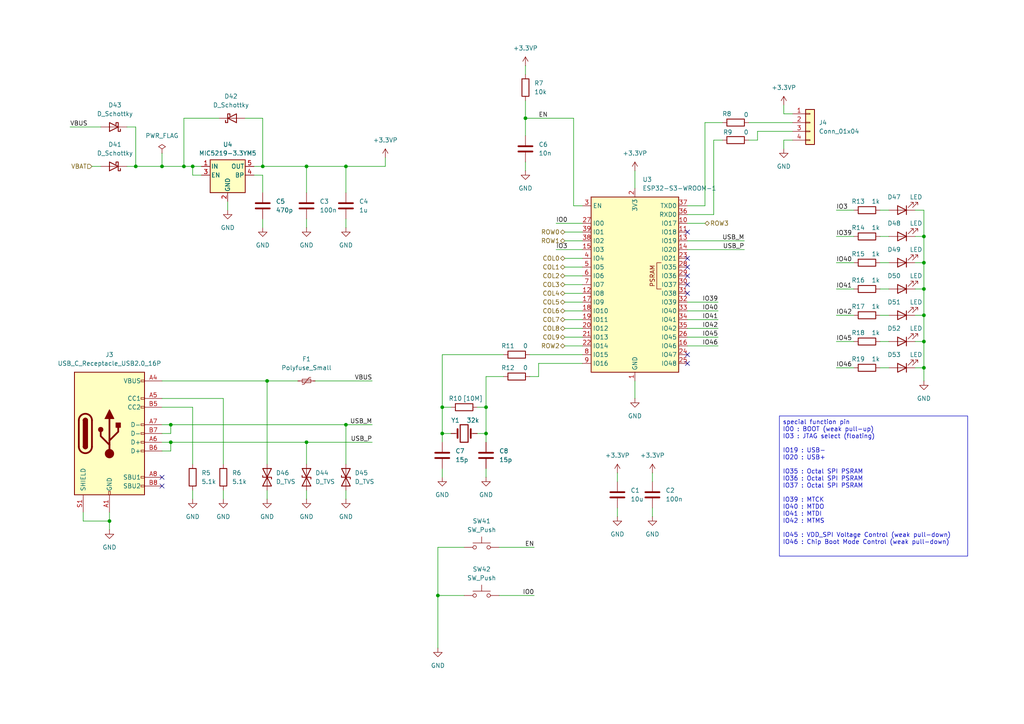
<source format=kicad_sch>
(kicad_sch (version 20231120) (generator "eeschema") (generator_version "8.0")
  (paper "A4")
  (lib_symbols
    (symbol "Connector:USB_C_Receptacle_USB2.0_16P" (pin_names (offset 1.016))
      (property "Reference" "J" (at 0 22.225 0))
      (property "Value" "USB_C_Receptacle_USB2.0_16P" (at 0 19.685 0))
      (symbol "USB_C_Receptacle_USB2.0_16P_0_0"
        (rectangle (start -0.254 -17.78) (end 0.254 -16.764))
        (rectangle (start 10.16 -14.986) (end 9.144 -15.494))
        (rectangle (start 10.16 -12.446) (end 9.144 -12.954))
        (rectangle (start 10.16 -4.826) (end 9.144 -5.334))
        (rectangle (start 10.16 -2.286) (end 9.144 -2.794))
        (rectangle (start 10.16 0.254) (end 9.144 -0.254))
        (rectangle (start 10.16 2.794) (end 9.144 2.286))
        (rectangle (start 10.16 7.874) (end 9.144 7.366))
        (rectangle (start 10.16 10.414) (end 9.144 9.906))
        (rectangle (start 10.16 15.494) (end 9.144 14.986))
      )
      (symbol "USB_C_Receptacle_USB2.0_16P_0_1"
        (rectangle (start -10.16 17.78) (end 10.16 -17.78) (stroke (width 0.254)) (fill (type background)))
        (arc (start -8.89 -3.81) (mid -6.985 -5.7067) (end -5.08 -3.81) (stroke (width 0.508)))
        (arc (start -7.62 -3.81) (mid -6.985 -4.4423) (end -6.35 -3.81) (stroke (width 0.254)))
        (arc (start -7.62 -3.81) (mid -6.985 -4.4423) (end -6.35 -3.81) (stroke (width 0.254)) (fill (type outline)))
        (rectangle (start -7.62 -3.81) (end -6.35 3.81) (stroke (width 0.254)) (fill (type outline)))
        (arc (start -6.35 3.81) (mid -6.985 4.4423) (end -7.62 3.81) (stroke (width 0.254)))
        (arc (start -6.35 3.81) (mid -6.985 4.4423) (end -7.62 3.81) (stroke (width 0.254)) (fill (type outline)))
        (arc (start -5.08 3.81) (mid -6.985 5.7067) (end -8.89 3.81) (stroke (width 0.508)))
        (circle (center -2.54 1.143) (radius 0.635) (stroke (width 0.254)) (fill (type outline)))
        (circle (center 0 -5.842) (radius 1.27) (fill (type outline)))
        (polyline (pts (xy -8.89 -3.81) (xy -8.89 3.81)) (stroke (width 0.508)))
        (polyline (pts (xy -5.08 3.81) (xy -5.08 -3.81)) (stroke (width 0.508)))
        (polyline (pts (xy 0 -5.842) (xy 0 4.318)) (stroke (width 0.508)))
        (polyline (pts (xy 0 -3.302) (xy -2.54 -0.762) (xy -2.54 0.508)) (stroke (width 0.508)))
        (polyline (pts (xy 0 -2.032) (xy 2.54 0.508) (xy 2.54 1.778)) (stroke (width 0.508)))
        (polyline (pts (xy -1.27 4.318) (xy 0 6.858) (xy 1.27 4.318) (xy -1.27 4.318)) (stroke (width 0.254)) (fill (type outline)))
        (rectangle (start 1.905 1.778) (end 3.175 3.048) (stroke (width 0.254)) (fill (type outline)))
      )
      (symbol "USB_C_Receptacle_USB2.0_16P_1_1"
        (pin passive line (at 0 -22.86 90) (length 5.08) (name "GND") (number "A1"))
        (pin passive line (at 0 -22.86 90) (length 5.08) hide (name "GND") (number "A12"))
        (pin passive line (at 15.24 15.24 180) (length 5.08) (name "VBUS") (number "A4"))
        (pin bidirectional line (at 15.24 10.16 180) (length 5.08) (name "CC1") (number "A5"))
        (pin bidirectional line (at 15.24 -2.54 180) (length 5.08) (name "D+") (number "A6"))
        (pin bidirectional line (at 15.24 2.54 180) (length 5.08) (name "D-") (number "A7"))
        (pin bidirectional line (at 15.24 -12.7 180) (length 5.08) (name "SBU1") (number "A8"))
        (pin passive line (at 15.24 15.24 180) (length 5.08) hide (name "VBUS") (number "A9"))
        (pin passive line (at 0 -22.86 90) (length 5.08) hide (name "GND") (number "B1"))
        (pin passive line (at 0 -22.86 90) (length 5.08) hide (name "GND") (number "B12"))
        (pin passive line (at 15.24 15.24 180) (length 5.08) hide (name "VBUS") (number "B4"))
        (pin bidirectional line (at 15.24 7.62 180) (length 5.08) (name "CC2") (number "B5"))
        (pin bidirectional line (at 15.24 -5.08 180) (length 5.08) (name "D+") (number "B6"))
        (pin bidirectional line (at 15.24 0 180) (length 5.08) (name "D-") (number "B7"))
        (pin bidirectional line (at 15.24 -15.24 180) (length 5.08) (name "SBU2") (number "B8"))
        (pin passive line (at 15.24 15.24 180) (length 5.08) hide (name "VBUS") (number "B9"))
        (pin passive line (at -7.62 -22.86 90) (length 5.08) (name "SHIELD") (number "S1"))
      )
    )
    (symbol "Connector_Generic:Conn_01x04" (pin_names (offset 1.016) hide)
      (property "Reference" "J" (at 0 5.08 0))
      (property "Value" "Conn_01x04" (at 0 -7.62 0))
      (symbol "Conn_01x04_1_1"
        (rectangle (start -1.27 -4.953) (end 0 -5.207) (stroke (width 0.1524)))
        (rectangle (start -1.27 -2.413) (end 0 -2.667) (stroke (width 0.1524)))
        (rectangle (start -1.27 0.127) (end 0 -0.127) (stroke (width 0.1524)))
        (rectangle (start -1.27 2.667) (end 0 2.413) (stroke (width 0.1524)))
        (rectangle (start -1.27 3.81) (end 1.27 -6.35) (stroke (width 0.254)) (fill (type background)))
        (pin passive line (at -5.08 2.54 0) (length 3.81) (name "Pin_1") (number "1"))
        (pin passive line (at -5.08 0 0) (length 3.81) (name "Pin_2") (number "2"))
        (pin passive line (at -5.08 -2.54 0) (length 3.81) (name "Pin_3") (number "3"))
        (pin passive line (at -5.08 -5.08 0) (length 3.81) (name "Pin_4") (number "4"))
      )
    )
    (symbol "Device:C" (pin_numbers hide) (pin_names (offset 0.254))
      (property "Reference" "C" (at 0.635 2.54 0))
      (property "Value" "C" (at 0.635 -2.54 0))
      (symbol "C_0_1"
        (polyline (pts (xy -2.032 -0.762) (xy 2.032 -0.762)) (stroke (width 0.508)))
        (polyline (pts (xy -2.032 0.762) (xy 2.032 0.762)) (stroke (width 0.508)))
      )
      (symbol "C_1_1"
        (pin passive line (at 0 3.81 270) (length 2.794) (name "~") (number "1"))
        (pin passive line (at 0 -3.81 90) (length 2.794) (name "~") (number "2"))
      )
    )
    (symbol "Device:Crystal" (pin_numbers hide) (pin_names (offset 1.016) hide)
      (property "Reference" "Y" (at 0 3.81 0))
      (property "Value" "Crystal" (at 0 -3.81 0))
      (symbol "Crystal_0_1"
        (rectangle (start -1.143 2.54) (end 1.143 -2.54) (stroke (width 0.3048)))
        (polyline (pts (xy -2.54 0) (xy -1.905 0)))
        (polyline (pts (xy -1.905 -1.27) (xy -1.905 1.27)) (stroke (width 0.508)))
        (polyline (pts (xy 1.905 -1.27) (xy 1.905 1.27)) (stroke (width 0.508)))
        (polyline (pts (xy 2.54 0) (xy 1.905 0)))
      )
      (symbol "Crystal_1_1"
        (pin passive line (at -3.81 0 0) (length 1.27) (name "1") (number "1"))
        (pin passive line (at 3.81 0 180) (length 1.27) (name "2") (number "2"))
      )
    )
    (symbol "Device:D_Schottky" (pin_numbers hide) (pin_names (offset 1.016) hide)
      (property "Reference" "D" (at 0 2.54 0))
      (property "Value" "D_Schottky" (at 0 -2.54 0))
      (symbol "D_Schottky_0_1"
        (polyline (pts (xy 1.27 0) (xy -1.27 0)))
        (polyline (pts (xy 1.27 1.27) (xy 1.27 -1.27) (xy -1.27 0) (xy 1.27 1.27)) (stroke (width 0.254)))
        (polyline (pts (xy -1.905 0.635) (xy -1.905 1.27) (xy -1.27 1.27) (xy -1.27 -1.27) (xy -0.635 -1.27) (xy -0.635 -0.635)) (stroke (width 0.254)))
      )
      (symbol "D_Schottky_1_1"
        (pin passive line (at -3.81 0 0) (length 2.54) (name "K") (number "1"))
        (pin passive line (at 3.81 0 180) (length 2.54) (name "A") (number "2"))
      )
    )
    (symbol "Device:D_TVS" (pin_numbers hide) (pin_names (offset 1.016) hide)
      (property "Reference" "D" (at 0 2.54 0))
      (property "Value" "D_TVS" (at 0 -2.54 0))
      (symbol "D_TVS_0_1"
        (polyline (pts (xy 1.27 0) (xy -1.27 0)))
        (polyline (pts (xy 0.508 1.27) (xy 0 1.27) (xy 0 -1.27) (xy -0.508 -1.27)) (stroke (width 0.254)))
        (polyline (pts (xy -2.54 1.27) (xy -2.54 -1.27) (xy 2.54 1.27) (xy 2.54 -1.27) (xy -2.54 1.27)) (stroke (width 0.254)))
      )
      (symbol "D_TVS_1_1"
        (pin passive line (at -3.81 0 0) (length 2.54) (name "A1") (number "1"))
        (pin passive line (at 3.81 0 180) (length 2.54) (name "A2") (number "2"))
      )
    )
    (symbol "Device:LED" (pin_numbers hide) (pin_names (offset 1.016) hide)
      (property "Reference" "D" (at 0 2.54 0))
      (property "Value" "LED" (at 0 -2.54 0))
      (symbol "LED_0_1"
        (polyline (pts (xy -1.27 -1.27) (xy -1.27 1.27)) (stroke (width 0.254)))
        (polyline (pts (xy -1.27 0) (xy 1.27 0)))
        (polyline (pts (xy 1.27 -1.27) (xy 1.27 1.27) (xy -1.27 0) (xy 1.27 -1.27)) (stroke (width 0.254)))
        (polyline (pts (xy -3.048 -0.762) (xy -4.572 -2.286) (xy -3.81 -2.286) (xy -4.572 -2.286) (xy -4.572 -1.524)))
        (polyline (pts (xy -1.778 -0.762) (xy -3.302 -2.286) (xy -2.54 -2.286) (xy -3.302 -2.286) (xy -3.302 -1.524)))
      )
      (symbol "LED_1_1"
        (pin passive line (at -3.81 0 0) (length 2.54) (name "K") (number "1"))
        (pin passive line (at 3.81 0 180) (length 2.54) (name "A") (number "2"))
      )
    )
    (symbol "Device:Polyfuse_Small" (pin_numbers hide) (pin_names (offset 0))
      (property "Reference" "F" (at -1.905 0 90))
      (property "Value" "Polyfuse_Small" (at 1.905 0 90))
      (symbol "Polyfuse_Small_0_1"
        (rectangle (start -0.508 1.27) (end 0.508 -1.27))
        (polyline (pts (xy 0 2.54) (xy 0 -2.54)))
        (polyline (pts (xy -1.016 1.27) (xy -1.016 0.762) (xy 1.016 -0.762) (xy 1.016 -1.27)))
      )
      (symbol "Polyfuse_Small_1_1"
        (pin passive line (at 0 2.54 270) (length 0.635) (name "~") (number "1"))
        (pin passive line (at 0 -2.54 90) (length 0.635) (name "~") (number "2"))
      )
    )
    (symbol "Device:R" (pin_numbers hide) (pin_names (offset 0))
      (property "Reference" "R" (at 2.032 0 90))
      (property "Value" "R" (at 0 0 90))
      (symbol "R_0_1"
        (rectangle (start -1.016 -2.54) (end 1.016 2.54) (stroke (width 0.254)))
      )
      (symbol "R_1_1"
        (pin passive line (at 0 3.81 270) (length 1.27) (name "~") (number "1"))
        (pin passive line (at 0 -3.81 90) (length 1.27) (name "~") (number "2"))
      )
    )
    (symbol "RF_Module:ESP32-S3-WROOM-1"
      (property "Reference" "U" (at -12.7 26.67 0))
      (property "Value" "ESP32-S3-WROOM-1" (at 12.7 26.67 0))
      (symbol "ESP32-S3-WROOM-1_0_0"
        (rectangle (start -12.7 25.4) (end 12.7 -25.4) (stroke (width 0.254)) (fill (type background)))
        (text "PSRAM" (at 5.08 2.54 900) (effects (font (size 1.27 1.27))))
      )
      (symbol "ESP32-S3-WROOM-1_0_1"
        (polyline (pts (xy 7.62 -1.27) (xy 6.35 -1.27) (xy 6.35 6.35) (xy 7.62 6.35)))
      )
      (symbol "ESP32-S3-WROOM-1_1_1"
        (pin power_in line (at 0 -27.94 90) (length 2.54) (name "GND") (number "1"))
        (pin bidirectional line (at 15.24 17.78 180) (length 2.54) (name "IO17") (number "10"))
        (pin bidirectional line (at 15.24 15.24 180) (length 2.54) (name "IO18") (number "11"))
        (pin bidirectional line (at -15.24 -2.54 0) (length 2.54) (name "IO8") (number "12"))
        (pin bidirectional line (at 15.24 12.7 180) (length 2.54) (name "IO19") (number "13"))
        (pin bidirectional line (at 15.24 10.16 180) (length 2.54) (name "IO20") (number "14"))
        (pin bidirectional line (at -15.24 10.16 0) (length 2.54) (name "IO3") (number "15"))
        (pin bidirectional line (at 15.24 -17.78 180) (length 2.54) (name "IO46") (number "16"))
        (pin bidirectional line (at -15.24 -5.08 0) (length 2.54) (name "IO9") (number "17"))
        (pin bidirectional line (at -15.24 -7.62 0) (length 2.54) (name "IO10") (number "18"))
        (pin bidirectional line (at -15.24 -10.16 0) (length 2.54) (name "IO11") (number "19"))
        (pin power_in line (at 0 27.94 270) (length 2.54) (name "3V3") (number "2"))
        (pin bidirectional line (at -15.24 -12.7 0) (length 2.54) (name "IO12") (number "20"))
        (pin bidirectional line (at -15.24 -15.24 0) (length 2.54) (name "IO13") (number "21"))
        (pin bidirectional line (at -15.24 -17.78 0) (length 2.54) (name "IO14") (number "22"))
        (pin bidirectional line (at 15.24 7.62 180) (length 2.54) (name "IO21") (number "23"))
        (pin bidirectional line (at 15.24 -20.32 180) (length 2.54) (name "IO47") (number "24"))
        (pin bidirectional line (at 15.24 -22.86 180) (length 2.54) (name "IO48") (number "25"))
        (pin bidirectional line (at 15.24 -15.24 180) (length 2.54) (name "IO45") (number "26"))
        (pin bidirectional line (at -15.24 17.78 0) (length 2.54) (name "IO0") (number "27"))
        (pin bidirectional line (at 15.24 5.08 180) (length 2.54) (name "IO35") (number "28"))
        (pin bidirectional line (at 15.24 2.54 180) (length 2.54) (name "IO36") (number "29"))
        (pin input line (at -15.24 22.86 0) (length 2.54) (name "EN") (number "3"))
        (pin bidirectional line (at 15.24 0 180) (length 2.54) (name "IO37") (number "30"))
        (pin bidirectional line (at 15.24 -2.54 180) (length 2.54) (name "IO38") (number "31"))
        (pin bidirectional line (at 15.24 -5.08 180) (length 2.54) (name "IO39") (number "32"))
        (pin bidirectional line (at 15.24 -7.62 180) (length 2.54) (name "IO40") (number "33"))
        (pin bidirectional line (at 15.24 -10.16 180) (length 2.54) (name "IO41") (number "34"))
        (pin bidirectional line (at 15.24 -12.7 180) (length 2.54) (name "IO42") (number "35"))
        (pin bidirectional line (at 15.24 20.32 180) (length 2.54) (name "RXD0") (number "36"))
        (pin bidirectional line (at 15.24 22.86 180) (length 2.54) (name "TXD0") (number "37"))
        (pin bidirectional line (at -15.24 12.7 0) (length 2.54) (name "IO2") (number "38"))
        (pin bidirectional line (at -15.24 15.24 0) (length 2.54) (name "IO1") (number "39"))
        (pin bidirectional line (at -15.24 7.62 0) (length 2.54) (name "IO4") (number "4"))
        (pin passive line (at 0 -27.94 90) (length 2.54) hide (name "GND") (number "40"))
        (pin passive line (at 0 -27.94 90) (length 2.54) hide (name "GND") (number "41"))
        (pin bidirectional line (at -15.24 5.08 0) (length 2.54) (name "IO5") (number "5"))
        (pin bidirectional line (at -15.24 2.54 0) (length 2.54) (name "IO6") (number "6"))
        (pin bidirectional line (at -15.24 0 0) (length 2.54) (name "IO7") (number "7"))
        (pin bidirectional line (at -15.24 -20.32 0) (length 2.54) (name "IO15") (number "8"))
        (pin bidirectional line (at -15.24 -22.86 0) (length 2.54) (name "IO16") (number "9"))
      )
    )
    (symbol "Regulator_Linear:MIC5219-3.3YM5" (pin_names (offset 0.254))
      (property "Reference" "U" (at -3.81 5.715 0))
      (property "Value" "MIC5219-3.3YM5" (at 0 5.715 0))
      (symbol "MIC5219-3.3YM5_0_1"
        (rectangle (start -5.08 4.445) (end 5.08 -5.08) (stroke (width 0.254)) (fill (type background)))
      )
      (symbol "MIC5219-3.3YM5_1_1"
        (pin power_in line (at -7.62 2.54 0) (length 2.54) (name "IN") (number "1"))
        (pin power_in line (at 0 -7.62 90) (length 2.54) (name "GND") (number "2"))
        (pin input line (at -7.62 0 0) (length 2.54) (name "EN") (number "3"))
        (pin input line (at 7.62 0 180) (length 2.54) (name "BP") (number "4"))
        (pin power_out line (at 7.62 2.54 180) (length 2.54) (name "OUT") (number "5"))
      )
    )
    (symbol "Switch:SW_Push" (pin_numbers hide) (pin_names (offset 1.016) hide)
      (property "Reference" "SW" (at 1.27 2.54 0))
      (property "Value" "SW_Push" (at 0 -1.524 0))
      (symbol "SW_Push_0_1"
        (circle (center -2.032 0) (radius 0.508))
        (polyline (pts (xy 0 1.27) (xy 0 3.048)))
        (polyline (pts (xy 2.54 1.27) (xy -2.54 1.27)))
        (circle (center 2.032 0) (radius 0.508))
        (pin passive line (at -5.08 0 0) (length 2.54) (name "1") (number "1"))
        (pin passive line (at 5.08 0 180) (length 2.54) (name "2") (number "2"))
      )
    )
    (symbol "power:+3.3VP" (power) (pin_numbers hide) (pin_names (offset 0) hide)
      (property "Value" "+3.3VP" (at 0 3.556 0))
      (symbol "+3.3VP_0_0"
        (pin power_in line (at 0 0 90) (length 0) (name "~") (number "1"))
      )
      (symbol "+3.3VP_0_1"
        (polyline (pts (xy -0.762 1.27) (xy 0 2.54)))
        (polyline (pts (xy 0 0) (xy 0 2.54)))
        (polyline (pts (xy 0 2.54) (xy 0.762 1.27)))
      )
    )
    (symbol "power:GND" (power) (pin_numbers hide) (pin_names (offset 0) hide)
      (property "Value" "GND" (at 0 -3.81 0))
      (symbol "GND_0_1"
        (polyline (pts (xy 0 0) (xy 0 -1.27) (xy 1.27 -1.27) (xy 0 -2.54) (xy -1.27 -1.27) (xy 0 -1.27)))
      )
      (symbol "GND_1_1"
        (pin power_in line (at 0 0 270) (length 0) (name "~") (number "1"))
      )
    )
    (symbol "power:PWR_FLAG" (power) (pin_numbers hide) (pin_names (offset 0) hide)
      (property "Value" "PWR_FLAG" (at 0 3.81 0))
      (symbol "PWR_FLAG_0_0"
        (pin power_out line (at 0 0 90) (length 0) (name "~") (number "1"))
      )
      (symbol "PWR_FLAG_0_1"
        (polyline (pts (xy 0 0) (xy 0 1.27) (xy -1.016 1.905) (xy 0 2.54) (xy 1.016 1.905) (xy 0 1.27)))
      )
    )
  )
  (junction (at 53.34 48.26))
  (junction (at 267.97 106.68))
  (junction (at 76.2 48.26))
  (junction (at 128.27 118.11))
  (junction (at 140.97 125.73))
  (junction (at 140.97 118.11))
  (junction (at 100.33 123.19))
  (junction (at 88.9 48.26))
  (junction (at 127 172.72))
  (junction (at 49.53 123.19))
  (junction (at 267.97 91.44))
  (junction (at 267.97 76.2))
  (junction (at 152.4 34.29))
  (junction (at 88.9 128.27))
  (junction (at 39.37 48.26))
  (junction (at 49.53 128.27))
  (junction (at 100.33 48.26))
  (junction (at 128.27 125.73))
  (junction (at 46.99 48.26))
  (junction (at 267.97 83.82))
  (junction (at 77.47 110.49))
  (junction (at 31.75 151.13))
  (junction (at 55.88 48.26))
  (junction (at 267.97 99.06))
  (junction (at 267.97 68.58))
  (no_connect (at 46.99 140.97))
  (no_connect (at 199.39 67.31))
  (no_connect (at 199.39 77.47))
  (no_connect (at 199.39 82.55))
  (no_connect (at 199.39 85.09))
  (no_connect (at 199.39 74.93))
  (no_connect (at 199.39 102.87))
  (no_connect (at 199.39 80.01))
  (no_connect (at 199.39 105.41))
  (no_connect (at 46.99 138.43))
  (wire (pts (xy 156.21 109.22) (xy 156.21 105.41)))
  (wire (pts (xy 217.17 35.56) (xy 229.87 35.56)))
  (wire (pts (xy 49.53 123.19) (xy 49.53 125.73)))
  (wire (pts (xy 207.01 62.23) (xy 207.01 40.64)))
  (wire (pts (xy 163.83 67.31) (xy 168.91 67.31)))
  (wire (pts (xy 152.4 34.29) (xy 152.4 39.37)))
  (wire (pts (xy 76.2 63.5) (xy 76.2 66.04)))
  (wire (pts (xy 255.27 106.68) (xy 257.81 106.68)))
  (wire (pts (xy 88.9 128.27) (xy 88.9 134.62)))
  (wire (pts (xy 49.53 128.27) (xy 49.53 130.81)))
  (wire (pts (xy 242.57 99.06) (xy 247.65 99.06)))
  (wire (pts (xy 163.83 69.85) (xy 168.91 69.85)))
  (wire (pts (xy 77.47 110.49) (xy 86.36 110.49)))
  (wire (pts (xy 36.83 36.83) (xy 39.37 36.83)))
  (wire (pts (xy 156.21 105.41) (xy 168.91 105.41)))
  (wire (pts (xy 76.2 48.26) (xy 88.9 48.26)))
  (wire (pts (xy 46.99 110.49) (xy 77.47 110.49)))
  (wire (pts (xy 227.33 40.64) (xy 227.33 43.18)))
  (wire (pts (xy 128.27 118.11) (xy 130.81 118.11)))
  (wire (pts (xy 53.34 34.29) (xy 53.34 48.26)))
  (wire (pts (xy 153.67 102.87) (xy 168.91 102.87)))
  (wire (pts (xy 199.39 97.79) (xy 208.28 97.79)))
  (wire (pts (xy 217.17 40.64) (xy 219.71 40.64)))
  (wire (pts (xy 100.33 63.5) (xy 100.33 66.04)))
  (wire (pts (xy 128.27 128.27) (xy 128.27 125.73)))
  (wire (pts (xy 46.99 44.45) (xy 46.99 48.26)))
  (wire (pts (xy 163.83 97.79) (xy 168.91 97.79)))
  (wire (pts (xy 199.39 59.69) (xy 204.47 59.69)))
  (wire (pts (xy 199.39 87.63) (xy 208.28 87.63)))
  (wire (pts (xy 161.29 64.77) (xy 168.91 64.77)))
  (wire (pts (xy 199.39 95.25) (xy 208.28 95.25)))
  (wire (pts (xy 66.04 58.42) (xy 66.04 60.96)))
  (wire (pts (xy 242.57 83.82) (xy 247.65 83.82)))
  (wire (pts (xy 24.13 151.13) (xy 31.75 151.13)))
  (wire (pts (xy 71.12 34.29) (xy 76.2 34.29)))
  (wire (pts (xy 46.99 118.11) (xy 55.88 118.11)))
  (wire (pts (xy 128.27 125.73) (xy 128.27 118.11)))
  (wire (pts (xy 140.97 109.22) (xy 146.05 109.22)))
  (wire (pts (xy 76.2 50.8) (xy 76.2 55.88)))
  (wire (pts (xy 207.01 40.64) (xy 209.55 40.64)))
  (wire (pts (xy 46.99 128.27) (xy 49.53 128.27)))
  (wire (pts (xy 128.27 135.89) (xy 128.27 138.43)))
  (wire (pts (xy 265.43 106.68) (xy 267.97 106.68)))
  (wire (pts (xy 255.27 99.06) (xy 257.81 99.06)))
  (wire (pts (xy 53.34 48.26) (xy 55.88 48.26)))
  (wire (pts (xy 39.37 36.83) (xy 39.37 48.26)))
  (wire (pts (xy 39.37 48.26) (xy 46.99 48.26)))
  (wire (pts (xy 265.43 60.96) (xy 267.97 60.96)))
  (wire (pts (xy 31.75 151.13) (xy 31.75 153.67)))
  (wire (pts (xy 49.53 128.27) (xy 88.9 128.27)))
  (wire (pts (xy 55.88 48.26) (xy 58.42 48.26)))
  (wire (pts (xy 46.99 125.73) (xy 49.53 125.73)))
  (wire (pts (xy 58.42 50.8) (xy 55.88 50.8)))
  (wire (pts (xy 227.33 30.48) (xy 227.33 33.02)))
  (wire (pts (xy 127 172.72) (xy 134.62 172.72)))
  (wire (pts (xy 163.83 82.55) (xy 168.91 82.55)))
  (wire (pts (xy 111.76 45.72) (xy 111.76 48.26)))
  (wire (pts (xy 163.83 92.71) (xy 168.91 92.71)))
  (wire (pts (xy 128.27 118.11) (xy 128.27 102.87)))
  (wire (pts (xy 189.23 137.16) (xy 189.23 139.7)))
  (wire (pts (xy 100.33 123.19) (xy 107.95 123.19)))
  (wire (pts (xy 255.27 68.58) (xy 257.81 68.58)))
  (wire (pts (xy 63.5 34.29) (xy 53.34 34.29)))
  (wire (pts (xy 152.4 19.05) (xy 152.4 21.59)))
  (wire (pts (xy 168.91 59.69) (xy 166.37 59.69)))
  (wire (pts (xy 100.33 48.26) (xy 111.76 48.26)))
  (wire (pts (xy 163.83 74.93) (xy 168.91 74.93)))
  (wire (pts (xy 140.97 118.11) (xy 140.97 109.22)))
  (wire (pts (xy 88.9 48.26) (xy 100.33 48.26)))
  (wire (pts (xy 267.97 76.2) (xy 267.97 83.82)))
  (wire (pts (xy 76.2 34.29) (xy 76.2 48.26)))
  (wire (pts (xy 138.43 118.11) (xy 140.97 118.11)))
  (wire (pts (xy 140.97 125.73) (xy 140.97 118.11)))
  (wire (pts (xy 152.4 46.99) (xy 152.4 49.53)))
  (wire (pts (xy 163.83 90.17) (xy 168.91 90.17)))
  (wire (pts (xy 55.88 142.24) (xy 55.88 144.78)))
  (wire (pts (xy 77.47 110.49) (xy 77.47 134.62)))
  (wire (pts (xy 219.71 38.1) (xy 229.87 38.1)))
  (wire (pts (xy 163.83 77.47) (xy 168.91 77.47)))
  (wire (pts (xy 166.37 34.29) (xy 166.37 59.69)))
  (wire (pts (xy 199.39 69.85) (xy 215.9 69.85)))
  (wire (pts (xy 265.43 83.82) (xy 267.97 83.82)))
  (wire (pts (xy 179.07 147.32) (xy 179.07 149.86)))
  (wire (pts (xy 242.57 68.58) (xy 247.65 68.58)))
  (wire (pts (xy 163.83 80.01) (xy 168.91 80.01)))
  (wire (pts (xy 88.9 63.5) (xy 88.9 66.04)))
  (wire (pts (xy 140.97 135.89) (xy 140.97 138.43)))
  (wire (pts (xy 163.83 85.09) (xy 168.91 85.09)))
  (wire (pts (xy 144.78 172.72) (xy 154.94 172.72)))
  (wire (pts (xy 55.88 48.26) (xy 55.88 50.8)))
  (wire (pts (xy 46.99 123.19) (xy 49.53 123.19)))
  (wire (pts (xy 267.97 60.96) (xy 267.97 68.58)))
  (wire (pts (xy 204.47 35.56) (xy 209.55 35.56)))
  (wire (pts (xy 100.33 48.26) (xy 100.33 55.88)))
  (wire (pts (xy 265.43 99.06) (xy 267.97 99.06)))
  (wire (pts (xy 88.9 142.24) (xy 88.9 144.78)))
  (wire (pts (xy 267.97 99.06) (xy 267.97 106.68)))
  (wire (pts (xy 140.97 125.73) (xy 140.97 128.27)))
  (wire (pts (xy 88.9 48.26) (xy 88.9 55.88)))
  (wire (pts (xy 24.13 148.59) (xy 24.13 151.13)))
  (wire (pts (xy 73.66 48.26) (xy 76.2 48.26)))
  (wire (pts (xy 267.97 106.68) (xy 267.97 110.49)))
  (wire (pts (xy 77.47 142.24) (xy 77.47 144.78)))
  (wire (pts (xy 128.27 125.73) (xy 130.81 125.73)))
  (wire (pts (xy 127 172.72) (xy 127 187.96)))
  (wire (pts (xy 127 158.75) (xy 127 172.72)))
  (wire (pts (xy 199.39 92.71) (xy 208.28 92.71)))
  (wire (pts (xy 36.83 48.26) (xy 39.37 48.26)))
  (wire (pts (xy 20.32 36.83) (xy 29.21 36.83)))
  (wire (pts (xy 199.39 64.77) (xy 204.47 64.77)))
  (wire (pts (xy 152.4 34.29) (xy 166.37 34.29)))
  (wire (pts (xy 163.83 87.63) (xy 168.91 87.63)))
  (wire (pts (xy 179.07 137.16) (xy 179.07 139.7)))
  (wire (pts (xy 255.27 76.2) (xy 257.81 76.2)))
  (wire (pts (xy 88.9 128.27) (xy 107.95 128.27)))
  (wire (pts (xy 189.23 147.32) (xy 189.23 149.86)))
  (wire (pts (xy 152.4 29.21) (xy 152.4 34.29)))
  (wire (pts (xy 265.43 76.2) (xy 267.97 76.2)))
  (wire (pts (xy 163.83 95.25) (xy 168.91 95.25)))
  (wire (pts (xy 265.43 68.58) (xy 267.97 68.58)))
  (wire (pts (xy 153.67 109.22) (xy 156.21 109.22)))
  (wire (pts (xy 138.43 125.73) (xy 140.97 125.73)))
  (wire (pts (xy 227.33 33.02) (xy 229.87 33.02)))
  (wire (pts (xy 46.99 115.57) (xy 64.77 115.57)))
  (wire (pts (xy 64.77 115.57) (xy 64.77 134.62)))
  (wire (pts (xy 100.33 123.19) (xy 100.33 134.62)))
  (wire (pts (xy 26.67 48.26) (xy 29.21 48.26)))
  (wire (pts (xy 128.27 102.87) (xy 146.05 102.87)))
  (wire (pts (xy 219.71 40.64) (xy 219.71 38.1)))
  (wire (pts (xy 100.33 142.24) (xy 100.33 144.78)))
  (wire (pts (xy 267.97 83.82) (xy 267.97 91.44)))
  (wire (pts (xy 31.75 148.59) (xy 31.75 151.13)))
  (wire (pts (xy 184.15 110.49) (xy 184.15 115.57)))
  (wire (pts (xy 64.77 142.24) (xy 64.77 144.78)))
  (wire (pts (xy 199.39 62.23) (xy 207.01 62.23)))
  (wire (pts (xy 49.53 123.19) (xy 100.33 123.19)))
  (wire (pts (xy 161.29 72.39) (xy 168.91 72.39)))
  (wire (pts (xy 267.97 91.44) (xy 267.97 99.06)))
  (wire (pts (xy 55.88 118.11) (xy 55.88 134.62)))
  (wire (pts (xy 46.99 48.26) (xy 53.34 48.26)))
  (wire (pts (xy 199.39 72.39) (xy 215.9 72.39)))
  (wire (pts (xy 199.39 100.33) (xy 208.28 100.33)))
  (wire (pts (xy 229.87 40.64) (xy 227.33 40.64)))
  (wire (pts (xy 46.99 130.81) (xy 49.53 130.81)))
  (wire (pts (xy 184.15 49.53) (xy 184.15 54.61)))
  (wire (pts (xy 242.57 76.2) (xy 247.65 76.2)))
  (wire (pts (xy 267.97 68.58) (xy 267.97 76.2)))
  (wire (pts (xy 255.27 83.82) (xy 257.81 83.82)))
  (wire (pts (xy 242.57 60.96) (xy 247.65 60.96)))
  (wire (pts (xy 163.83 100.33) (xy 168.91 100.33)))
  (wire (pts (xy 265.43 91.44) (xy 267.97 91.44)))
  (wire (pts (xy 255.27 91.44) (xy 257.81 91.44)))
  (wire (pts (xy 91.44 110.49) (xy 107.95 110.49)))
  (wire (pts (xy 255.27 60.96) (xy 257.81 60.96)))
  (wire (pts (xy 242.57 106.68) (xy 247.65 106.68)))
  (wire (pts (xy 204.47 59.69) (xy 204.47 35.56)))
  (wire (pts (xy 199.39 90.17) (xy 208.28 90.17)))
  (wire (pts (xy 127 158.75) (xy 134.62 158.75)))
  (wire (pts (xy 73.66 50.8) (xy 76.2 50.8)))
  (wire (pts (xy 242.57 91.44) (xy 247.65 91.44)))
  (wire (pts (xy 144.78 158.75) (xy 154.94 158.75)))
  (text_box "special function pin\nIO0 : BOOT (weak pull-up)\nIO3 : JTAG select (floating)\n\nIO19 : USB-\nIO20 : USB+\n\nIO35 : Octal SPI PSRAM\nIO36 : Octal SPI PSRAM\nIO37 : Octal SPI PSRAM\n\nIO39 : MTCK\nIO40 : MTDO\nIO41 : MTDI\nIO42 : MTMS\n\nIO45 : VDD_SPI Voltage Control (weak pull-down)\nIO46 : Chip Boot Mode Control (weak pull-down)" (at 226.06 120.65 0) (size 54.61 40.64) (effects (font (size 1.27 1.27)) (justify left top)))
  (label "EN" (at 154.94 158.75 180))
  (label "IO42" (at 242.57 91.44 0))
  (label "USB_P" (at 215.9 72.39 180))
  (label "VBUS" (at 107.95 110.49 180))
  (label "IO46" (at 208.28 100.33 180))
  (label "USB_M" (at 215.9 69.85 180))
  (label "IO42" (at 208.28 95.25 180))
  (label "IO39" (at 208.28 87.63 180))
  (label "IO46" (at 242.57 106.68 0))
  (label "EN" (at 156.21 34.29 0))
  (label "IO3" (at 161.29 72.39 0))
  (label "IO45" (at 208.28 97.79 180))
  (label "USB_P" (at 107.95 128.27 180))
  (label "VBUS" (at 20.32 36.83 0))
  (label "USB_M" (at 107.95 123.19 180))
  (label "IO45" (at 242.57 99.06 0))
  (label "IO40" (at 242.57 76.2 0))
  (label "IO39" (at 242.57 68.58 0))
  (label "IO41" (at 242.57 83.82 0))
  (label "IO40" (at 208.28 90.17 180))
  (label "IO3" (at 242.57 60.96 0))
  (label "IO41" (at 208.28 92.71 180))
  (label "IO0" (at 161.29 64.77 0))
  (label "IO0" (at 154.94 172.72 180))
  (hierarchical_label "COL8" (shape bidirectional) (at 163.83 95.25 180))
  (hierarchical_label "VBAT" (shape input) (at 26.67 48.26 180))
  (hierarchical_label "COL2" (shape bidirectional) (at 163.83 80.01 180))
  (hierarchical_label "COL3" (shape bidirectional) (at 163.83 82.55 180))
  (hierarchical_label "COL4" (shape bidirectional) (at 163.83 85.09 180))
  (hierarchical_label "ROW2" (shape bidirectional) (at 163.83 100.33 180))
  (hierarchical_label "ROW1" (shape bidirectional) (at 163.83 69.85 180))
  (hierarchical_label "COL0" (shape bidirectional) (at 163.83 74.93 180))
  (hierarchical_label "COL6" (shape bidirectional) (at 163.83 90.17 180))
  (hierarchical_label "ROW3" (shape bidirectional) (at 204.47 64.77 0))
  (hierarchical_label "COL5" (shape bidirectional) (at 163.83 87.63 180))
  (hierarchical_label "COL7" (shape bidirectional) (at 163.83 92.71 180))
  (hierarchical_label "ROW0" (shape bidirectional) (at 163.83 67.31 180))
  (hierarchical_label "COL1" (shape bidirectional) (at 163.83 77.47 180))
  (hierarchical_label "COL9" (shape bidirectional) (at 163.83 97.79 180))
  (symbol (lib_id "Device:R") (at 251.46 106.68 90) (unit 1)
    (property "Reference" "R19" (at 248.92 104.14 90))
    (property "Value" "1k" (at 254 104.14 90))
    (property "Footprint" "Resistor_SMD:R_0603_1608Metric" (effects (hide yes)))
    (property "Description" "Resistor" (effects (hide yes)))
  )
  (symbol (lib_id "Connector:USB_C_Receptacle_USB2.0_16P") (at 31.75 125.73 0) (unit 1)
    (property "Reference" "J3" (at 31.75 102.87 0))
    (property "Value" "USB_C_Receptacle_USB2.0_16P" (at 31.75 105.41 0))
    (property "Footprint" "Connector_USB:USB_C_Receptacle_XKB_U262-16XN-4BVC11" (effects (hide yes)))
    (property "Datasheet" "https://www.usb.org/sites/default/files/documents/usb_type-c.zip" (effects (hide yes)))
    (property "Description" "USB 2.0-only 16P Type-C Receptacle connector" (effects (hide yes)))
  )
  (symbol (lib_id "power:GND") (at 184.15 115.57 0) (unit 1)
    (property "Reference" "#PWR014" (effects (hide yes)))
    (property "Value" "GND" (at 184.15 120.65 0))
    (property "Description" "Power symbol creates a global label with name \"GND\" , ground" (effects (hide yes)))
  )
  (symbol (lib_id "power:GND") (at 227.33 43.18 0) (unit 1)
    (property "Reference" "#PWR034" (effects (hide yes)))
    (property "Value" "GND" (at 227.33 48.26 0))
    (property "Description" "Power symbol creates a global label with name \"GND\" , ground" (effects (hide yes)))
  )
  (symbol (lib_id "Device:R") (at 213.36 35.56 90) (unit 1)
    (property "Reference" "R8" (at 210.82 33.02 90))
    (property "Value" "0" (at 216.408 33.274 90))
    (property "Footprint" "Resistor_SMD:R_0603_1608Metric" (effects (hide yes)))
    (property "Description" "Resistor" (effects (hide yes)))
  )
  (symbol (lib_id "power:GND") (at 66.04 60.96 0) (unit 1)
    (property "Reference" "#PWR020" (effects (hide yes)))
    (property "Value" "GND" (at 66.04 66.04 0))
    (property "Description" "Power symbol creates a global label with name \"GND\" , ground" (effects (hide yes)))
  )
  (symbol (lib_id "power:+3.3VP") (at 189.23 137.16 0) (unit 1)
    (property "Reference" "#PWR019" (effects (hide yes)))
    (property "Value" "+3.3VP" (at 189.23 132.08 0))
    (property "Description" "Power symbol creates a global label with name \"+3.3VP\"" (effects (hide yes)))
  )
  (symbol (lib_id "power:+3.3VP") (at 184.15 49.53 0) (unit 1)
    (property "Reference" "#PWR015" (effects (hide yes)))
    (property "Value" "+3.3VP" (at 184.15 44.45 0))
    (property "Description" "Power symbol creates a global label with name \"+3.3VP\"" (effects (hide yes)))
  )
  (symbol (lib_id "power:GND") (at 55.88 144.78 0) (unit 1)
    (property "Reference" "#PWR029" (effects (hide yes)))
    (property "Value" "GND" (at 55.88 149.86 0))
    (property "Description" "Power symbol creates a global label with name \"GND\" , ground" (effects (hide yes)))
  )
  (symbol (lib_id "power:+3.3VP") (at 111.76 45.72 0) (unit 1)
    (property "Reference" "#PWR021" (effects (hide yes)))
    (property "Value" "+3.3VP" (at 111.76 40.64 0))
    (property "Description" "Power symbol creates a global label with name \"+3.3VP\"" (effects (hide yes)))
  )
  (symbol (lib_id "power:GND") (at 88.9 144.78 0) (unit 1)
    (property "Reference" "#PWR026" (effects (hide yes)))
    (property "Value" "GND" (at 88.9 149.86 0))
    (property "Description" "Power symbol creates a global label with name \"GND\" , ground" (effects (hide yes)))
  )
  (symbol (lib_id "Device:D_Schottky") (at 67.31 34.29 0) (mirror x) (unit 1)
    (property "Reference" "D42" (at 66.9925 27.94 0))
    (property "Value" "D_Schottky" (at 66.9925 30.48 0))
    (property "Footprint" "Diode_SMD:D_SOD-123" (effects (hide yes)))
    (property "Description" "Schottky diode" (effects (hide yes)))
  )
  (symbol (lib_id "Device:Polyfuse_Small") (at 88.9 110.49 90) (unit 1)
    (property "Reference" "F1" (at 88.9 104.14 90))
    (property "Value" "Polyfuse_Small" (at 88.9 106.68 90))
    (property "Footprint" "Fuse:Fuse_Littelfuse-NANO2-451_453" (effects (hide yes)))
    (property "Description" "Resettable fuse, polymeric positive temperature coefficient, small symbol" (effects (hide yes)))
  )
  (symbol (lib_id "Device:R") (at 251.46 83.82 90) (unit 1)
    (property "Reference" "R16" (at 248.92 81.28 90))
    (property "Value" "1k" (at 254 81.28 90))
    (property "Footprint" "Resistor_SMD:R_0603_1608Metric" (effects (hide yes)))
    (property "Description" "Resistor" (effects (hide yes)))
  )
  (symbol (lib_id "Connector_Generic:Conn_01x04") (at 234.95 35.56 0) (unit 1)
    (property "Reference" "J4" (at 237.49 35.5599 0) (effects (justify left)))
    (property "Value" "Conn_01x04" (at 237.49 38.0999 0) (effects (justify left)))
    (property "Footprint" "Connector_JST:JST_XH_B4B-XH-A_1x04_P2.50mm_Vertical" (effects (hide yes)))
    (property "Description" "Generic connector, single row, 01x04, script generated (kicad-library-utils/schlib/autogen/connector/)" (effects (hide yes)))
  )
  (symbol (lib_id "Device:C") (at 189.23 143.51 0) (unit 1)
    (property "Reference" "C2" (at 193.04 142.2399 0) (effects (justify left)))
    (property "Value" "100n" (at 193.04 144.7799 0) (effects (justify left)))
    (property "Footprint" "Capacitor_SMD:C_0603_1608Metric_Pad1.08x0.95mm_HandSolder" (effects (hide yes)))
    (property "Description" "Unpolarized capacitor" (effects (hide yes)))
  )
  (symbol (lib_id "power:GND") (at 128.27 138.43 0) (unit 1)
    (property "Reference" "#PWR036" (effects (hide yes)))
    (property "Value" "GND" (at 128.27 143.51 0))
    (property "Description" "Power symbol creates a global label with name \"GND\" , ground" (effects (hide yes)))
  )
  (symbol (lib_id "power:GND") (at 31.75 153.67 0) (unit 1)
    (property "Reference" "#PWR025" (effects (hide yes)))
    (property "Value" "GND" (at 31.75 158.75 0))
    (property "Description" "Power symbol creates a global label with name \"GND\" , ground" (effects (hide yes)))
  )
  (symbol (lib_id "power:GND") (at 189.23 149.86 0) (unit 1)
    (property "Reference" "#PWR017" (effects (hide yes)))
    (property "Value" "GND" (at 189.23 154.94 0))
    (property "Description" "Power symbol creates a global label with name \"GND\" , ground" (effects (hide yes)))
  )
  (symbol (lib_id "Device:LED") (at 261.62 60.96 180) (unit 1)
    (property "Reference" "D47" (at 259.334 57.15 0))
    (property "Value" "LED" (at 265.684 57.15 0))
    (property "Footprint" "LED_SMD:LED_0603_1608Metric_Pad1.05x0.95mm_HandSolder" (effects (hide yes)))
    (property "Description" "Light emitting diode" (effects (hide yes)))
  )
  (symbol (lib_id "Switch:SW_Push") (at 139.7 172.72 0) (unit 1)
    (property "Reference" "SW42" (at 139.7 165.1 0))
    (property "Value" "SW_Push" (at 139.7 167.64 0))
    (property "Footprint" "Button_Switch_SMD:SW_Push_SPST_NO_Alps_SKRK" (effects (hide yes)))
    (property "Description" "Push button switch, generic, two pins" (effects (hide yes)))
  )
  (symbol (lib_id "Device:D_TVS") (at 100.33 138.43 90) (unit 1)
    (property "Reference" "D45" (at 102.87 137.1599 90) (effects (justify right)))
    (property "Value" "D_TVS" (at 102.87 139.6999 90) (effects (justify right)))
    (property "Footprint" "Diode_SMD:D_SOD-123" (effects (hide yes)))
    (property "Description" "Bidirectional transient-voltage-suppression diode" (effects (hide yes)))
  )
  (symbol (lib_id "power:+3.3VP") (at 152.4 19.05 0) (unit 1)
    (property "Reference" "#PWR032" (effects (hide yes)))
    (property "Value" "+3.3VP" (at 152.4 13.97 0))
    (property "Description" "Power symbol creates a global label with name \"+3.3VP\"" (effects (hide yes)))
  )
  (symbol (lib_id "Device:C") (at 76.2 59.69 0) (unit 1)
    (property "Reference" "C5" (at 80.01 58.4199 0) (effects (justify left)))
    (property "Value" "470p" (at 80.01 60.9599 0) (effects (justify left)))
    (property "Footprint" "Capacitor_SMD:C_0603_1608Metric_Pad1.08x0.95mm_HandSolder" (effects (hide yes)))
    (property "Description" "Unpolarized capacitor" (effects (hide yes)))
  )
  (symbol (lib_id "Device:C") (at 128.27 132.08 0) (unit 1)
    (property "Reference" "C7" (at 132.08 130.8099 0) (effects (justify left)))
    (property "Value" "15p" (at 132.08 133.3499 0) (effects (justify left)))
    (property "Footprint" "Capacitor_SMD:C_0603_1608Metric_Pad1.08x0.95mm_HandSolder" (effects (hide yes)))
    (property "Description" "Unpolarized capacitor" (effects (hide yes)))
  )
  (symbol (lib_id "power:GND") (at 64.77 144.78 0) (unit 1)
    (property "Reference" "#PWR028" (effects (hide yes)))
    (property "Value" "GND" (at 64.77 149.86 0))
    (property "Description" "Power symbol creates a global label with name \"GND\" , ground" (effects (hide yes)))
  )
  (symbol (lib_id "Device:LED") (at 261.62 91.44 180) (unit 1)
    (property "Reference" "D51" (at 259.334 87.63 0))
    (property "Value" "LED" (at 265.684 87.63 0))
    (property "Footprint" "LED_SMD:LED_0603_1608Metric_Pad1.05x0.95mm_HandSolder" (effects (hide yes)))
    (property "Description" "Light emitting diode" (effects (hide yes)))
  )
  (symbol (lib_id "Device:R") (at 213.36 40.64 90) (unit 1)
    (property "Reference" "R9" (at 211.074 38.354 90))
    (property "Value" "0" (at 216.408 38.354 90))
    (property "Footprint" "Resistor_SMD:R_0603_1608Metric" (effects (hide yes)))
    (property "Description" "Resistor" (effects (hide yes)))
  )
  (symbol (lib_id "power:GND") (at 77.47 144.78 0) (unit 1)
    (property "Reference" "#PWR030" (effects (hide yes)))
    (property "Value" "GND" (at 77.47 149.86 0))
    (property "Description" "Power symbol creates a global label with name \"GND\" , ground" (effects (hide yes)))
  )
  (symbol (lib_id "power:GND") (at 100.33 66.04 0) (unit 1)
    (property "Reference" "#PWR024" (effects (hide yes)))
    (property "Value" "GND" (at 100.33 71.12 0))
    (property "Description" "Power symbol creates a global label with name \"GND\" , ground" (effects (hide yes)))
  )
  (symbol (lib_id "Device:R") (at 251.46 76.2 90) (unit 1)
    (property "Reference" "R15" (at 248.92 73.66 90))
    (property "Value" "1k" (at 254 73.66 90))
    (property "Footprint" "Resistor_SMD:R_0603_1608Metric" (effects (hide yes)))
    (property "Description" "Resistor" (effects (hide yes)))
  )
  (symbol (lib_id "Device:LED") (at 261.62 76.2 180) (unit 1)
    (property "Reference" "D49" (at 259.334 72.39 0))
    (property "Value" "LED" (at 265.684 72.39 0))
    (property "Footprint" "LED_SMD:LED_0603_1608Metric_Pad1.05x0.95mm_HandSolder" (effects (hide yes)))
    (property "Description" "Light emitting diode" (effects (hide yes)))
  )
  (symbol (lib_id "Device:R") (at 251.46 99.06 90) (unit 1)
    (property "Reference" "R18" (at 248.92 96.52 90))
    (property "Value" "1k" (at 254 96.52 90))
    (property "Footprint" "Resistor_SMD:R_0603_1608Metric" (effects (hide yes)))
    (property "Description" "Resistor" (effects (hide yes)))
  )
  (symbol (lib_id "Device:R") (at 251.46 68.58 90) (unit 1)
    (property "Reference" "R14" (at 248.92 66.04 90))
    (property "Value" "1k" (at 254 66.04 90))
    (property "Footprint" "Resistor_SMD:R_0603_1608Metric" (effects (hide yes)))
    (property "Description" "Resistor" (effects (hide yes)))
  )
  (symbol (lib_id "power:GND") (at 179.07 149.86 0) (unit 1)
    (property "Reference" "#PWR016" (effects (hide yes)))
    (property "Value" "GND" (at 179.07 154.94 0))
    (property "Description" "Power symbol creates a global label with name \"GND\" , ground" (effects (hide yes)))
  )
  (symbol (lib_id "Device:C") (at 88.9 59.69 0) (unit 1)
    (property "Reference" "C3" (at 92.71 58.4199 0) (effects (justify left)))
    (property "Value" "100n" (at 92.71 60.9599 0) (effects (justify left)))
    (property "Footprint" "Capacitor_SMD:C_0603_1608Metric_Pad1.08x0.95mm_HandSolder" (effects (hide yes)))
    (property "Description" "Unpolarized capacitor" (effects (hide yes)))
  )
  (symbol (lib_id "Device:R") (at 251.46 60.96 90) (unit 1)
    (property "Reference" "R13" (at 248.92 58.42 90))
    (property "Value" "1k" (at 254 58.42 90))
    (property "Footprint" "Resistor_SMD:R_0603_1608Metric" (effects (hide yes)))
    (property "Description" "Resistor" (effects (hide yes)))
  )
  (symbol (lib_id "power:GND") (at 140.97 138.43 0) (unit 1)
    (property "Reference" "#PWR037" (effects (hide yes)))
    (property "Value" "GND" (at 140.97 143.51 0))
    (property "Description" "Power symbol creates a global label with name \"GND\" , ground" (effects (hide yes)))
  )
  (symbol (lib_id "Device:R") (at 55.88 138.43 0) (unit 1)
    (property "Reference" "R5" (at 58.42 137.1599 0) (effects (justify left)))
    (property "Value" "5.1k" (at 58.42 139.6999 0) (effects (justify left)))
    (property "Footprint" "Resistor_SMD:R_0603_1608Metric" (effects (hide yes)))
    (property "Description" "Resistor" (effects (hide yes)))
  )
  (symbol (lib_id "Device:C") (at 140.97 132.08 0) (unit 1)
    (property "Reference" "C8" (at 144.78 130.8099 0) (effects (justify left)))
    (property "Value" "15p" (at 144.78 133.3499 0) (effects (justify left)))
    (property "Footprint" "Capacitor_SMD:C_0603_1608Metric_Pad1.08x0.95mm_HandSolder" (effects (hide yes)))
    (property "Description" "Unpolarized capacitor" (effects (hide yes)))
  )
  (symbol (lib_id "Device:C") (at 179.07 143.51 0) (unit 1)
    (property "Reference" "C1" (at 182.88 142.2399 0) (effects (justify left)))
    (property "Value" "10u" (at 182.88 144.7799 0) (effects (justify left)))
    (property "Footprint" "Capacitor_SMD:C_0603_1608Metric_Pad1.08x0.95mm_HandSolder" (effects (hide yes)))
    (property "Description" "Unpolarized capacitor" (effects (hide yes)))
  )
  (symbol (lib_id "Device:D_TVS") (at 88.9 138.43 90) (unit 1)
    (property "Reference" "D44" (at 91.44 137.1599 90) (effects (justify right)))
    (property "Value" "D_TVS" (at 91.44 139.6999 90) (effects (justify right)))
    (property "Footprint" "Diode_SMD:D_SOD-123" (effects (hide yes)))
    (property "Description" "Bidirectional transient-voltage-suppression diode" (effects (hide yes)))
  )
  (symbol (lib_id "Device:D_Schottky") (at 33.02 36.83 180) (unit 1)
    (property "Reference" "D43" (at 33.3375 30.48 0))
    (property "Value" "D_Schottky" (at 33.3375 33.02 0))
    (property "Footprint" "Diode_SMD:D_SOD-123" (effects (hide yes)))
    (property "Description" "Schottky diode" (effects (hide yes)))
  )
  (symbol (lib_id "Device:LED") (at 261.62 68.58 180) (unit 1)
    (property "Reference" "D48" (at 259.334 64.77 0))
    (property "Value" "LED" (at 265.684 64.77 0))
    (property "Footprint" "LED_SMD:LED_0603_1608Metric_Pad1.05x0.95mm_HandSolder" (effects (hide yes)))
    (property "Description" "Light emitting diode" (effects (hide yes)))
  )
  (symbol (lib_id "power:GND") (at 127 187.96 0) (unit 1)
    (property "Reference" "#PWR033" (effects (hide yes)))
    (property "Value" "GND" (at 127 193.04 0))
    (property "Description" "Power symbol creates a global label with name \"GND\" , ground" (effects (hide yes)))
  )
  (symbol (lib_id "power:+3.3VP") (at 179.07 137.16 0) (unit 1)
    (property "Reference" "#PWR018" (effects (hide yes)))
    (property "Value" "+3.3VP" (at 179.07 132.08 0))
    (property "Description" "Power symbol creates a global label with name \"+3.3VP\"" (effects (hide yes)))
  )
  (symbol (lib_id "power:PWR_FLAG") (at 46.99 44.45 0) (unit 1)
    (property "Reference" "#FLG04" (effects (hide yes)))
    (property "Value" "PWR_FLAG" (at 46.99 39.37 0))
    (property "Description" "Special symbol for telling ERC where power comes from" (effects (hide yes)))
  )
  (symbol (lib_id "Device:D_TVS") (at 77.47 138.43 90) (unit 1)
    (property "Reference" "D46" (at 80.01 137.1599 90) (effects (justify right)))
    (property "Value" "D_TVS" (at 80.01 139.6999 90) (effects (justify right)))
    (property "Footprint" "Diode_SMD:D_SOD-123" (effects (hide yes)))
    (property "Description" "Bidirectional transient-voltage-suppression diode" (effects (hide yes)))
  )
  (symbol (lib_id "Device:C") (at 152.4 43.18 0) (unit 1)
    (property "Reference" "C6" (at 156.21 41.9099 0) (effects (justify left)))
    (property "Value" "10n" (at 156.21 44.4499 0) (effects (justify left)))
    (property "Footprint" "Capacitor_SMD:C_0603_1608Metric_Pad1.08x0.95mm_HandSolder" (effects (hide yes)))
    (property "Description" "Unpolarized capacitor" (effects (hide yes)))
  )
  (symbol (lib_id "power:GND") (at 88.9 66.04 0) (unit 1)
    (property "Reference" "#PWR023" (effects (hide yes)))
    (property "Value" "GND" (at 88.9 71.12 0))
    (property "Description" "Power symbol creates a global label with name \"GND\" , ground" (effects (hide yes)))
  )
  (symbol (lib_id "Device:D_Schottky") (at 33.02 48.26 180) (unit 1)
    (property "Reference" "D41" (at 33.3375 41.91 0))
    (property "Value" "D_Schottky" (at 33.3375 44.45 0))
    (property "Footprint" "Diode_SMD:D_SOD-123" (effects (hide yes)))
    (property "Description" "Schottky diode" (effects (hide yes)))
  )
  (symbol (lib_id "power:GND") (at 76.2 66.04 0) (unit 1)
    (property "Reference" "#PWR022" (effects (hide yes)))
    (property "Value" "GND" (at 76.2 71.12 0))
    (property "Description" "Power symbol creates a global label with name \"GND\" , ground" (effects (hide yes)))
  )
  (symbol (lib_id "Device:R") (at 134.62 118.11 90) (unit 1)
    (property "Reference" "R10" (at 132.08 115.57 90))
    (property "Value" "[10M]" (at 137.16 115.57 90))
    (property "Footprint" "Resistor_SMD:R_0603_1608Metric" (effects (hide yes)))
    (property "Description" "Resistor" (effects (hide yes)))
  )
  (symbol (lib_id "Device:LED") (at 261.62 99.06 180) (unit 1)
    (property "Reference" "D52" (at 259.334 95.25 0))
    (property "Value" "LED" (at 265.684 95.25 0))
    (property "Footprint" "LED_SMD:LED_0603_1608Metric_Pad1.05x0.95mm_HandSolder" (effects (hide yes)))
    (property "Description" "Light emitting diode" (effects (hide yes)))
  )
  (symbol (lib_id "power:+3.3VP") (at 227.33 30.48 0) (unit 1)
    (property "Reference" "#PWR035" (effects (hide yes)))
    (property "Value" "+3.3VP" (at 227.33 25.4 0))
    (property "Description" "Power symbol creates a global label with name \"+3.3VP\"" (effects (hide yes)))
  )
  (symbol (lib_id "power:GND") (at 100.33 144.78 0) (unit 1)
    (property "Reference" "#PWR027" (effects (hide yes)))
    (property "Value" "GND" (at 100.33 149.86 0))
    (property "Description" "Power symbol creates a global label with name \"GND\" , ground" (effects (hide yes)))
  )
  (symbol (lib_id "Device:R") (at 149.86 102.87 90) (unit 1)
    (property "Reference" "R11" (at 147.32 100.33 90))
    (property "Value" "0" (at 152.4 100.33 90))
    (property "Footprint" "Resistor_SMD:R_0603_1608Metric" (effects (hide yes)))
    (property "Description" "Resistor" (effects (hide yes)))
  )
  (symbol (lib_id "Device:Crystal") (at 134.62 125.73 0) (unit 1)
    (property "Reference" "Y1" (at 132.08 121.92 0))
    (property "Value" "32k" (at 137.16 121.92 0))
    (property "Footprint" "Crystal:Crystal_SMD_2012-2Pin_2.0x1.2mm_HandSoldering" (effects (hide yes)))
    (property "Description" "Two pin crystal" (effects (hide yes)))
  )
  (symbol (lib_id "power:GND") (at 267.97 110.49 0) (unit 1)
    (property "Reference" "#PWR038" (effects (hide yes)))
    (property "Value" "GND" (at 267.97 115.57 0))
    (property "Description" "Power symbol creates a global label with name \"GND\" , ground" (effects (hide yes)))
  )
  (symbol (lib_id "Device:LED") (at 261.62 83.82 180) (unit 1)
    (property "Reference" "D50" (at 259.334 80.01 0))
    (property "Value" "LED" (at 265.684 80.01 0))
    (property "Footprint" "LED_SMD:LED_0603_1608Metric_Pad1.05x0.95mm_HandSolder" (effects (hide yes)))
    (property "Description" "Light emitting diode" (effects (hide yes)))
  )
  (symbol (lib_id "Switch:SW_Push") (at 139.7 158.75 0) (unit 1)
    (property "Reference" "SW41" (at 139.7 151.13 0))
    (property "Value" "SW_Push" (at 139.7 153.67 0))
    (property "Footprint" "Button_Switch_SMD:SW_Push_SPST_NO_Alps_SKRK" (effects (hide yes)))
    (property "Description" "Push button switch, generic, two pins" (effects (hide yes)))
  )
  (symbol (lib_id "Device:R") (at 152.4 25.4 0) (unit 1)
    (property "Reference" "R7" (at 154.94 24.1299 0) (effects (justify left)))
    (property "Value" "10k" (at 154.94 26.6699 0) (effects (justify left)))
    (property "Footprint" "Resistor_SMD:R_0603_1608Metric" (effects (hide yes)))
    (property "Description" "Resistor" (effects (hide yes)))
  )
  (symbol (lib_id "Device:R") (at 149.86 109.22 90) (unit 1)
    (property "Reference" "R12" (at 147.32 106.68 90))
    (property "Value" "0" (at 152.4 106.68 90))
    (property "Footprint" "Resistor_SMD:R_0603_1608Metric" (effects (hide yes)))
    (property "Description" "Resistor" (effects (hide yes)))
  )
  (symbol (lib_id "Device:C") (at 100.33 59.69 0) (unit 1)
    (property "Reference" "C4" (at 104.14 58.4199 0) (effects (justify left)))
    (property "Value" "1u" (at 104.14 60.9599 0) (effects (justify left)))
    (property "Footprint" "Capacitor_SMD:C_0603_1608Metric_Pad1.08x0.95mm_HandSolder" (effects (hide yes)))
    (property "Description" "Unpolarized capacitor" (effects (hide yes)))
  )
  (symbol (lib_id "Device:R") (at 64.77 138.43 0) (unit 1)
    (property "Reference" "R6" (at 67.31 137.1599 0) (effects (justify left)))
    (property "Value" "5.1k" (at 67.31 139.6999 0) (effects (justify left)))
    (property "Footprint" "Resistor_SMD:R_0603_1608Metric" (effects (hide yes)))
    (property "Description" "Resistor" (effects (hide yes)))
  )
  (symbol (lib_id "Device:LED") (at 261.62 106.68 180) (unit 1)
    (property "Reference" "D53" (at 259.334 102.87 0))
    (property "Value" "LED" (at 265.684 102.87 0))
    (property "Footprint" "LED_SMD:LED_0603_1608Metric_Pad1.05x0.95mm_HandSolder" (effects (hide yes)))
    (property "Description" "Light emitting diode" (effects (hide yes)))
  )
  (symbol (lib_id "Regulator_Linear:MIC5219-3.3YM5") (at 66.04 50.8 0) (unit 1)
    (property "Reference" "U4" (at 66.04 41.91 0))
    (property "Value" "MIC5219-3.3YM5" (at 66.04 44.45 0))
    (property "Footprint" "Package_TO_SOT_SMD:SOT-23-5" (effects (hide yes)))
    (property "Datasheet" "http://ww1.microchip.com/downloads/en/DeviceDoc/MIC5219-500mA-Peak-Output-LDO-Regulator-DS20006021A.pdf" (effects (hide yes)))
    (property "Description" "500mA low dropout linear regulator, fixed 3.3V output, SOT-23-5" (effects (hide yes)))
  )
  (symbol (lib_id "RF_Module:ESP32-S3-WROOM-1") (at 184.15 82.55 0) (unit 1)
    (property "Reference" "U3" (at 186.3441 52.07 0) (effects (justify left)))
    (property "Value" "ESP32-S3-WROOM-1" (at 186.3441 54.61 0) (effects (justify left)))
    (property "Footprint" "RF_Module:ESP32-S3-WROOM-1" (effects (hide yes)))
    (property "Datasheet" "https://www.espressif.com/sites/default/files/documentation/esp32-s3-wroom-1_wroom-1u_datasheet_en.pdf" (effects (hide yes)))
    (property "Description" "RF Module, ESP32-S3 SoC, Wi-Fi 802.11b/g/n, Bluetooth, BLE, 32-bit, 3.3V, onboard antenna, SMD" (effects (hide yes)))
  )
  (symbol (lib_id "Device:R") (at 251.46 91.44 90) (unit 1)
    (property "Reference" "R17" (at 248.92 88.9 90))
    (property "Value" "1k" (at 254 88.9 90))
    (property "Footprint" "Resistor_SMD:R_0603_1608Metric" (effects (hide yes)))
    (property "Description" "Resistor" (effects (hide yes)))
  )
  (symbol (lib_id "power:GND") (at 152.4 49.53 0) (unit 1)
    (property "Reference" "#PWR031" (effects (hide yes)))
    (property "Value" "GND" (at 152.4 54.61 0))
    (property "Description" "Power symbol creates a global label with name \"GND\" , ground" (effects (hide yes)))
  )
)
</source>
